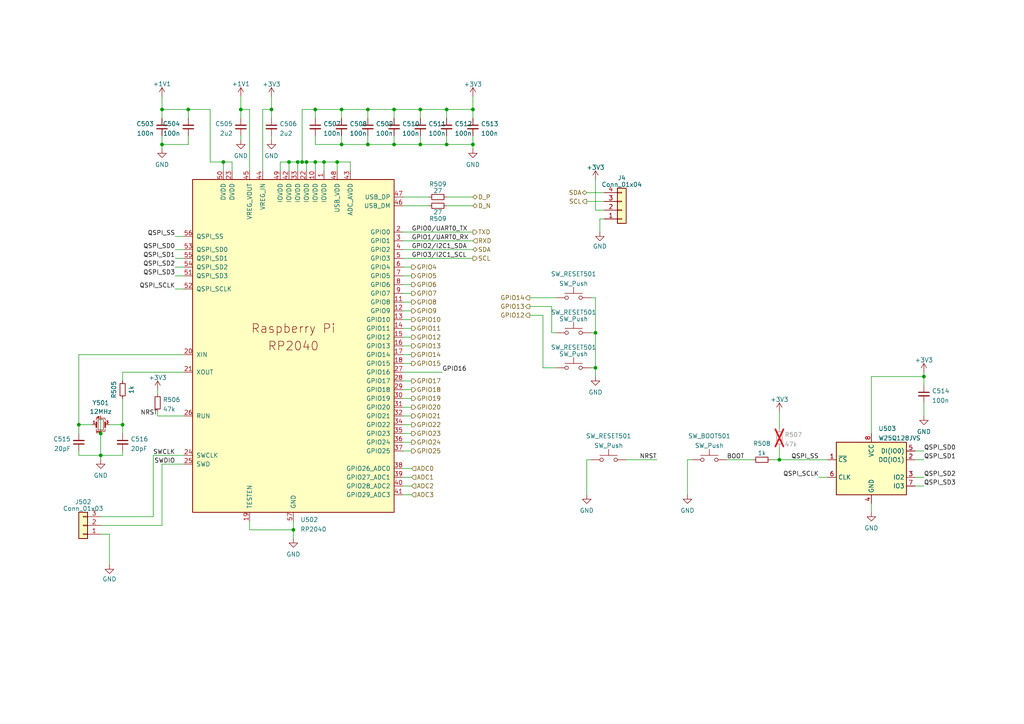
<source format=kicad_sch>
(kicad_sch (version 20230121) (generator eeschema)
  (paper "A4")
  (lib_symbols
    (symbol "Connector_Generic:Conn_01x03" (pin_names (offset 1.016) hide)
      (property "Reference" "J" (at 0 5.08 0))
      (property "Value" "Conn_01x03" (at 0 -5.08 0))
      (symbol "Conn_01x03_1_1"
        (rectangle (start -1.27 -2.413) (end 0 -2.667) (stroke (width 0.1524)))
        (rectangle (start -1.27 0.127) (end 0 -0.127) (stroke (width 0.1524)))
        (rectangle (start -1.27 2.667) (end 0 2.413) (stroke (width 0.1524)))
        (rectangle (start -1.27 3.81) (end 1.27 -3.81) (stroke (width 0.254)) (fill (type background)))
        (pin passive line (at -5.08 2.54 0) (length 3.81) (name "Pin_1") (number "1"))
        (pin passive line (at -5.08 0 0) (length 3.81) (name "Pin_2") (number "2"))
        (pin passive line (at -5.08 -2.54 0) (length 3.81) (name "Pin_3") (number "3"))
      )
    )
    (symbol "Connector_Generic:Conn_01x04" (pin_names (offset 1.016) hide)
      (property "Reference" "J" (at 0 5.08 0))
      (property "Value" "Conn_01x04" (at 0 -7.62 0))
      (symbol "Conn_01x04_1_1"
        (rectangle (start -1.27 -4.953) (end 0 -5.207) (stroke (width 0.1524)))
        (rectangle (start -1.27 -2.413) (end 0 -2.667) (stroke (width 0.1524)))
        (rectangle (start -1.27 0.127) (end 0 -0.127) (stroke (width 0.1524)))
        (rectangle (start -1.27 2.667) (end 0 2.413) (stroke (width 0.1524)))
        (rectangle (start -1.27 3.81) (end 1.27 -6.35) (stroke (width 0.254)) (fill (type background)))
        (pin passive line (at -5.08 2.54 0) (length 3.81) (name "Pin_1") (number "1"))
        (pin passive line (at -5.08 0 0) (length 3.81) (name "Pin_2") (number "2"))
        (pin passive line (at -5.08 -2.54 0) (length 3.81) (name "Pin_3") (number "3"))
        (pin passive line (at -5.08 -5.08 0) (length 3.81) (name "Pin_4") (number "4"))
      )
    )
    (symbol "Device:C_Small" (pin_numbers hide) (pin_names (offset 0.254) hide)
      (property "Reference" "C" (at 0.254 1.778 0))
      (property "Value" "C_Small" (at 0.254 -2.032 0))
      (symbol "C_Small_0_1"
        (polyline (pts (xy -1.524 -0.508) (xy 1.524 -0.508)) (stroke (width 0.3302)))
        (polyline (pts (xy -1.524 0.508) (xy 1.524 0.508)) (stroke (width 0.3048)))
      )
      (symbol "C_Small_1_1"
        (pin passive line (at 0 2.54 270) (length 2.032) (name "~") (number "1"))
        (pin passive line (at 0 -2.54 90) (length 2.032) (name "~") (number "2"))
      )
    )
    (symbol "Device:Crystal_GND24_Small" (pin_names (offset 1.016) hide)
      (property "Reference" "Y" (at 1.27 4.445 0))
      (property "Value" "Crystal_GND24_Small" (at 1.27 2.54 0))
      (symbol "Crystal_GND24_Small_0_1"
        (rectangle (start -0.762 -1.524) (end 0.762 1.524))
        (polyline (pts (xy -1.27 -0.762) (xy -1.27 0.762)) (stroke (width 0.381)))
        (polyline (pts (xy 1.27 -0.762) (xy 1.27 0.762)) (stroke (width 0.381)))
        (polyline (pts (xy -1.27 -1.27) (xy -1.27 -1.905) (xy 1.27 -1.905) (xy 1.27 -1.27)))
        (polyline (pts (xy -1.27 1.27) (xy -1.27 1.905) (xy 1.27 1.905) (xy 1.27 1.27)))
      )
      (symbol "Crystal_GND24_Small_1_1"
        (pin passive line (at -2.54 0 0) (length 1.27) (name "1") (number "1"))
        (pin passive line (at 0 -2.54 90) (length 0.635) (name "2") (number "2"))
        (pin passive line (at 2.54 0 180) (length 1.27) (name "3") (number "3"))
        (pin passive line (at 0 2.54 270) (length 0.635) (name "4") (number "4"))
      )
    )
    (symbol "Device:R_Small" (pin_numbers hide) (pin_names (offset 0.254) hide)
      (property "Reference" "R" (at 0.762 0.508 0))
      (property "Value" "R_Small" (at 0.762 -1.016 0))
      (symbol "R_Small_0_1"
        (rectangle (start -0.762 1.778) (end 0.762 -1.778) (stroke (width 0.2032)))
      )
      (symbol "R_Small_1_1"
        (pin passive line (at 0 2.54 270) (length 0.762) (name "~") (number "1"))
        (pin passive line (at 0 -2.54 90) (length 0.762) (name "~") (number "2"))
      )
    )
    (symbol "GND_1" (power) (pin_names (offset 0))
      (property "Value" "GND_1" (at 0 -3.81 0))
      (symbol "GND_1_0_1"
        (polyline (pts (xy 0 0) (xy 0 -1.27) (xy 1.27 -1.27) (xy 0 -2.54) (xy -1.27 -1.27) (xy 0 -1.27)))
      )
      (symbol "GND_1_1_1"
        (pin power_in line (at 0 0 270) (length 0) hide (name "GND") (number "1"))
      )
    )
    (symbol "GND_2" (power) (pin_names (offset 0))
      (property "Value" "GND_2" (at 0 -3.81 0))
      (symbol "GND_2_0_1"
        (polyline (pts (xy 0 0) (xy 0 -1.27) (xy 1.27 -1.27) (xy 0 -2.54) (xy -1.27 -1.27) (xy 0 -1.27)))
      )
      (symbol "GND_2_1_1"
        (pin power_in line (at 0 0 270) (length 0) hide (name "GND") (number "1"))
      )
    )
    (symbol "MCU_RaspberryPi_RP2040:RP2040" (pin_names (offset 1.016))
      (property "Reference" "U" (at -29.21 49.53 0))
      (property "Value" "RP2040" (at 24.13 -49.53 0))
      (symbol "RP2040_0_0"
        (text "Raspberry Pi" (at 0 5.08 0) (effects (font (size 2.54 2.54))))
        (text "RP2040" (at 0 0 0) (effects (font (size 2.54 2.54))))
      )
      (symbol "RP2040_0_1"
        (rectangle (start 29.21 48.26) (end -29.21 -48.26) (stroke (width 0.254)) (fill (type background)))
      )
      (symbol "RP2040_1_1"
        (pin power_in line (at 8.89 50.8 270) (length 2.54) (name "IOVDD") (number "1"))
        (pin power_in line (at 6.35 50.8 270) (length 2.54) (name "IOVDD") (number "10"))
        (pin bidirectional line (at 31.75 12.7 180) (length 2.54) (name "GPIO8") (number "11"))
        (pin bidirectional line (at 31.75 10.16 180) (length 2.54) (name "GPIO9") (number "12"))
        (pin bidirectional line (at 31.75 7.62 180) (length 2.54) (name "GPIO10") (number "13"))
        (pin bidirectional line (at 31.75 5.08 180) (length 2.54) (name "GPIO11") (number "14"))
        (pin bidirectional line (at 31.75 2.54 180) (length 2.54) (name "GPIO12") (number "15"))
        (pin bidirectional line (at 31.75 0 180) (length 2.54) (name "GPIO13") (number "16"))
        (pin bidirectional line (at 31.75 -2.54 180) (length 2.54) (name "GPIO14") (number "17"))
        (pin bidirectional line (at 31.75 -5.08 180) (length 2.54) (name "GPIO15") (number "18"))
        (pin passive line (at -12.7 -50.8 90) (length 2.54) (name "TESTEN") (number "19"))
        (pin bidirectional line (at 31.75 33.02 180) (length 2.54) (name "GPIO0") (number "2"))
        (pin input line (at -31.75 -2.54 0) (length 2.54) (name "XIN") (number "20"))
        (pin passive line (at -31.75 -7.62 0) (length 2.54) (name "XOUT") (number "21"))
        (pin power_in line (at 3.81 50.8 270) (length 2.54) (name "IOVDD") (number "22"))
        (pin power_in line (at -17.78 50.8 270) (length 2.54) (name "DVDD") (number "23"))
        (pin output line (at -31.75 -31.75 0) (length 2.54) (name "SWCLK") (number "24"))
        (pin bidirectional line (at -31.75 -34.29 0) (length 2.54) (name "SWD") (number "25"))
        (pin input line (at -31.75 -20.32 0) (length 2.54) (name "RUN") (number "26"))
        (pin bidirectional line (at 31.75 -7.62 180) (length 2.54) (name "GPIO16") (number "27"))
        (pin bidirectional line (at 31.75 -10.16 180) (length 2.54) (name "GPIO17") (number "28"))
        (pin bidirectional line (at 31.75 -12.7 180) (length 2.54) (name "GPIO18") (number "29"))
        (pin bidirectional line (at 31.75 30.48 180) (length 2.54) (name "GPIO1") (number "3"))
        (pin bidirectional line (at 31.75 -15.24 180) (length 2.54) (name "GPIO19") (number "30"))
        (pin bidirectional line (at 31.75 -17.78 180) (length 2.54) (name "GPIO20") (number "31"))
        (pin bidirectional line (at 31.75 -20.32 180) (length 2.54) (name "GPIO21") (number "32"))
        (pin power_in line (at 1.27 50.8 270) (length 2.54) (name "IOVDD") (number "33"))
        (pin bidirectional line (at 31.75 -22.86 180) (length 2.54) (name "GPIO22") (number "34"))
        (pin bidirectional line (at 31.75 -25.4 180) (length 2.54) (name "GPIO23") (number "35"))
        (pin bidirectional line (at 31.75 -27.94 180) (length 2.54) (name "GPIO24") (number "36"))
        (pin bidirectional line (at 31.75 -30.48 180) (length 2.54) (name "GPIO25") (number "37"))
        (pin bidirectional line (at 31.75 -35.56 180) (length 2.54) (name "GPIO26_ADC0") (number "38"))
        (pin bidirectional line (at 31.75 -38.1 180) (length 2.54) (name "GPIO27_ADC1") (number "39"))
        (pin bidirectional line (at 31.75 27.94 180) (length 2.54) (name "GPIO2") (number "4"))
        (pin bidirectional line (at 31.75 -40.64 180) (length 2.54) (name "GPIO28_ADC2") (number "40"))
        (pin bidirectional line (at 31.75 -43.18 180) (length 2.54) (name "GPIO29_ADC3") (number "41"))
        (pin power_in line (at -1.27 50.8 270) (length 2.54) (name "IOVDD") (number "42"))
        (pin power_in line (at 16.51 50.8 270) (length 2.54) (name "ADC_AVDD") (number "43"))
        (pin power_in line (at -8.89 50.8 270) (length 2.54) (name "VREG_IN") (number "44"))
        (pin power_out line (at -12.7 50.8 270) (length 2.54) (name "VREG_VOUT") (number "45"))
        (pin bidirectional line (at 31.75 40.64 180) (length 2.54) (name "USB_DM") (number "46"))
        (pin bidirectional line (at 31.75 43.18 180) (length 2.54) (name "USB_DP") (number "47"))
        (pin power_in line (at 12.7 50.8 270) (length 2.54) (name "USB_VDD") (number "48"))
        (pin power_in line (at -3.81 50.8 270) (length 2.54) (name "IOVDD") (number "49"))
        (pin bidirectional line (at 31.75 25.4 180) (length 2.54) (name "GPIO3") (number "5"))
        (pin power_in line (at -20.32 50.8 270) (length 2.54) (name "DVDD") (number "50"))
        (pin bidirectional line (at -31.75 20.32 0) (length 2.54) (name "QSPI_SD3") (number "51"))
        (pin output line (at -31.75 16.51 0) (length 2.54) (name "QSPI_SCLK") (number "52"))
        (pin bidirectional line (at -31.75 27.94 0) (length 2.54) (name "QSPI_SD0") (number "53"))
        (pin bidirectional line (at -31.75 22.86 0) (length 2.54) (name "QSPI_SD2") (number "54"))
        (pin bidirectional line (at -31.75 25.4 0) (length 2.54) (name "QSPI_SD1") (number "55"))
        (pin bidirectional line (at -31.75 31.75 0) (length 2.54) (name "QSPI_SS") (number "56"))
        (pin power_in line (at 0 -50.8 90) (length 2.54) (name "GND") (number "57"))
        (pin bidirectional line (at 31.75 22.86 180) (length 2.54) (name "GPIO4") (number "6"))
        (pin bidirectional line (at 31.75 20.32 180) (length 2.54) (name "GPIO5") (number "7"))
        (pin bidirectional line (at 31.75 17.78 180) (length 2.54) (name "GPIO6") (number "8"))
        (pin bidirectional line (at 31.75 15.24 180) (length 2.54) (name "GPIO7") (number "9"))
      )
    )
    (symbol "Memory_Flash:W25Q128JVS"
      (property "Reference" "U" (at -8.89 8.89 0))
      (property "Value" "W25Q128JVS" (at 7.62 8.89 0))
      (symbol "W25Q128JVS_0_1"
        (rectangle (start -10.16 7.62) (end 10.16 -7.62) (stroke (width 0.254)) (fill (type background)))
      )
      (symbol "W25Q128JVS_1_1"
        (pin input line (at -12.7 2.54 0) (length 2.54) (name "~{CS}") (number "1"))
        (pin bidirectional line (at 12.7 2.54 180) (length 2.54) (name "DO(IO1)") (number "2"))
        (pin bidirectional line (at 12.7 -2.54 180) (length 2.54) (name "IO2") (number "3"))
        (pin power_in line (at 0 -10.16 90) (length 2.54) (name "GND") (number "4"))
        (pin bidirectional line (at 12.7 5.08 180) (length 2.54) (name "DI(IO0)") (number "5"))
        (pin input line (at -12.7 -2.54 0) (length 2.54) (name "CLK") (number "6"))
        (pin bidirectional line (at 12.7 -5.08 180) (length 2.54) (name "IO3") (number "7"))
        (pin power_in line (at 0 10.16 270) (length 2.54) (name "VCC") (number "8"))
      )
    )
    (symbol "Switch:SW_Push" (pin_numbers hide) (pin_names (offset 1.016) hide)
      (property "Reference" "SW" (at 1.27 2.54 0))
      (property "Value" "SW_Push" (at 0 -1.524 0))
      (symbol "SW_Push_0_1"
        (circle (center -2.032 0) (radius 0.508))
        (polyline (pts (xy 0 1.27) (xy 0 3.048)))
        (polyline (pts (xy 2.54 1.27) (xy -2.54 1.27)))
        (circle (center 2.032 0) (radius 0.508))
        (pin passive line (at -5.08 0 0) (length 2.54) (name "1") (number "1"))
        (pin passive line (at 5.08 0 180) (length 2.54) (name "2") (number "2"))
      )
    )
    (symbol "power:+1V1" (power) (pin_names (offset 0))
      (property "Value" "+1V1" (at 0 3.556 0))
      (symbol "+1V1_0_1"
        (polyline (pts (xy -0.762 1.27) (xy 0 2.54)))
        (polyline (pts (xy 0 0) (xy 0 2.54)))
        (polyline (pts (xy 0 2.54) (xy 0.762 1.27)))
      )
      (symbol "+1V1_1_1"
        (pin power_in line (at 0 0 90) (length 0) hide (name "+1V1") (number "1"))
      )
    )
    (symbol "power:+3V3" (power) (pin_names (offset 0))
      (property "Value" "+3V3" (at 0 3.556 0))
      (symbol "+3V3_0_1"
        (polyline (pts (xy -0.762 1.27) (xy 0 2.54)))
        (polyline (pts (xy 0 0) (xy 0 2.54)))
        (polyline (pts (xy 0 2.54) (xy 0.762 1.27)))
      )
      (symbol "+3V3_1_1"
        (pin power_in line (at 0 0 90) (length 0) hide (name "+3V3") (number "1"))
      )
    )
    (symbol "power:GND" (power) (pin_names (offset 0))
      (property "Value" "GND" (at 0 -3.81 0))
      (symbol "GND_0_1"
        (polyline (pts (xy 0 0) (xy 0 -1.27) (xy 1.27 -1.27) (xy 0 -2.54) (xy -1.27 -1.27) (xy 0 -1.27)))
      )
      (symbol "GND_1_1"
        (pin power_in line (at 0 0 270) (length 0) hide (name "GND") (number "1"))
      )
    )
  )
  (junction (at 114.3 41.91))
  (junction (at 29.21 125.73))
  (junction (at 129.54 41.91))
  (junction (at 172.72 96.52))
  (junction (at 35.56 123.19))
  (junction (at 86.36 46.99))
  (junction (at 91.44 31.75))
  (junction (at 87.63 46.99))
  (junction (at 91.44 46.99))
  (junction (at 114.3 31.75))
  (junction (at 267.97 109.22))
  (junction (at 85.09 153.67))
  (junction (at 69.85 31.75))
  (junction (at 121.92 41.91))
  (junction (at 99.06 41.91))
  (junction (at 64.77 46.99))
  (junction (at 97.79 46.99))
  (junction (at 137.16 41.91))
  (junction (at 46.99 41.91))
  (junction (at 106.68 31.75))
  (junction (at 46.99 31.75))
  (junction (at 83.82 46.99))
  (junction (at 99.06 31.75))
  (junction (at 129.54 31.75))
  (junction (at 172.72 106.68))
  (junction (at 137.16 31.75))
  (junction (at 54.61 31.75))
  (junction (at 22.86 123.19))
  (junction (at 121.92 31.75))
  (junction (at 78.74 31.75))
  (junction (at 93.98 46.99))
  (junction (at 226.06 133.35))
  (junction (at 106.68 41.91))
  (junction (at 29.21 132.08))
  (junction (at 88.9 46.99))
  (wire (pts (xy 121.92 39.37) (xy 121.92 41.91)))
  (wire (pts (xy 44.45 149.86) (xy 29.21 149.86)))
  (wire (pts (xy 78.74 27.94) (xy 78.74 31.75)))
  (wire (pts (xy 121.92 31.75) (xy 121.92 34.29)))
  (wire (pts (xy 93.98 49.53) (xy 93.98 46.99)))
  (wire (pts (xy 35.56 123.19) (xy 35.56 125.73)))
  (wire (pts (xy 45.72 113.03) (xy 45.72 114.3)))
  (wire (pts (xy 29.21 132.08) (xy 22.86 132.08)))
  (wire (pts (xy 173.99 63.5) (xy 175.26 63.5)))
  (wire (pts (xy 265.43 138.43) (xy 267.97 138.43)))
  (wire (pts (xy 116.84 130.81) (xy 119.38 130.81)))
  (wire (pts (xy 116.84 100.33) (xy 119.38 100.33)))
  (wire (pts (xy 116.84 107.95) (xy 128.27 107.95)))
  (wire (pts (xy 69.85 39.37) (xy 69.85 40.64)))
  (wire (pts (xy 78.74 31.75) (xy 78.74 34.29)))
  (wire (pts (xy 172.72 86.36) (xy 171.45 86.36)))
  (wire (pts (xy 50.8 74.93) (xy 53.34 74.93)))
  (wire (pts (xy 137.16 41.91) (xy 137.16 39.37)))
  (wire (pts (xy 93.98 46.99) (xy 91.44 46.99)))
  (wire (pts (xy 87.63 46.99) (xy 87.63 31.75)))
  (wire (pts (xy 91.44 46.99) (xy 91.44 49.53)))
  (wire (pts (xy 116.84 138.43) (xy 119.38 138.43)))
  (wire (pts (xy 267.97 109.22) (xy 267.97 111.76)))
  (wire (pts (xy 46.99 31.75) (xy 46.99 34.29)))
  (wire (pts (xy 46.99 152.4) (xy 46.99 134.62)))
  (wire (pts (xy 50.8 72.39) (xy 53.34 72.39)))
  (wire (pts (xy 116.84 120.65) (xy 119.38 120.65)))
  (wire (pts (xy 106.68 31.75) (xy 114.3 31.75)))
  (wire (pts (xy 172.72 96.52) (xy 172.72 106.68)))
  (wire (pts (xy 129.54 59.69) (xy 137.16 59.69)))
  (wire (pts (xy 129.54 31.75) (xy 129.54 34.29)))
  (wire (pts (xy 72.39 31.75) (xy 69.85 31.75)))
  (wire (pts (xy 45.72 119.38) (xy 45.72 120.65)))
  (wire (pts (xy 157.48 106.68) (xy 161.29 106.68)))
  (wire (pts (xy 114.3 39.37) (xy 114.3 41.91)))
  (wire (pts (xy 97.79 49.53) (xy 97.79 46.99)))
  (wire (pts (xy 114.3 31.75) (xy 114.3 34.29)))
  (wire (pts (xy 137.16 31.75) (xy 137.16 34.29)))
  (wire (pts (xy 106.68 39.37) (xy 106.68 41.91)))
  (wire (pts (xy 172.72 106.68) (xy 172.72 109.22)))
  (wire (pts (xy 46.99 134.62) (xy 53.34 134.62)))
  (wire (pts (xy 85.09 153.67) (xy 72.39 153.67)))
  (wire (pts (xy 85.09 153.67) (xy 85.09 156.21)))
  (wire (pts (xy 265.43 130.81) (xy 267.97 130.81)))
  (wire (pts (xy 88.9 46.99) (xy 88.9 49.53)))
  (wire (pts (xy 76.2 31.75) (xy 78.74 31.75)))
  (wire (pts (xy 116.84 57.15) (xy 124.46 57.15)))
  (wire (pts (xy 121.92 41.91) (xy 114.3 41.91)))
  (wire (pts (xy 29.21 154.94) (xy 31.75 154.94)))
  (wire (pts (xy 101.6 49.53) (xy 101.6 46.99)))
  (wire (pts (xy 223.52 133.35) (xy 226.06 133.35)))
  (wire (pts (xy 76.2 49.53) (xy 76.2 31.75)))
  (wire (pts (xy 50.8 68.58) (xy 53.34 68.58)))
  (wire (pts (xy 170.18 133.35) (xy 170.18 143.51)))
  (wire (pts (xy 88.9 46.99) (xy 87.63 46.99)))
  (wire (pts (xy 137.16 41.91) (xy 137.16 43.18)))
  (wire (pts (xy 116.84 123.19) (xy 119.38 123.19)))
  (wire (pts (xy 72.39 49.53) (xy 72.39 31.75)))
  (wire (pts (xy 114.3 31.75) (xy 121.92 31.75)))
  (wire (pts (xy 86.36 46.99) (xy 86.36 49.53)))
  (wire (pts (xy 137.16 27.94) (xy 137.16 31.75)))
  (wire (pts (xy 91.44 46.99) (xy 88.9 46.99)))
  (wire (pts (xy 172.72 60.96) (xy 175.26 60.96)))
  (wire (pts (xy 72.39 153.67) (xy 72.39 151.13)))
  (wire (pts (xy 153.67 88.9) (xy 160.02 88.9)))
  (wire (pts (xy 35.56 110.49) (xy 35.56 107.95)))
  (wire (pts (xy 226.06 119.38) (xy 226.06 124.46)))
  (wire (pts (xy 170.18 55.88) (xy 175.26 55.88)))
  (wire (pts (xy 116.84 59.69) (xy 124.46 59.69)))
  (wire (pts (xy 64.77 46.99) (xy 60.96 46.99)))
  (wire (pts (xy 129.54 39.37) (xy 129.54 41.91)))
  (wire (pts (xy 157.48 91.44) (xy 157.48 106.68)))
  (wire (pts (xy 170.18 58.42) (xy 175.26 58.42)))
  (wire (pts (xy 45.72 120.65) (xy 53.34 120.65)))
  (wire (pts (xy 26.67 123.19) (xy 22.86 123.19)))
  (wire (pts (xy 171.45 106.68) (xy 172.72 106.68)))
  (wire (pts (xy 199.39 133.35) (xy 200.66 133.35)))
  (wire (pts (xy 129.54 31.75) (xy 137.16 31.75)))
  (wire (pts (xy 97.79 46.99) (xy 93.98 46.99)))
  (wire (pts (xy 29.21 120.65) (xy 29.21 125.73)))
  (wire (pts (xy 116.84 97.79) (xy 119.38 97.79)))
  (wire (pts (xy 50.8 77.47) (xy 53.34 77.47)))
  (wire (pts (xy 226.06 133.35) (xy 240.03 133.35)))
  (wire (pts (xy 22.86 123.19) (xy 22.86 125.73)))
  (wire (pts (xy 199.39 133.35) (xy 199.39 143.51)))
  (wire (pts (xy 31.75 123.19) (xy 35.56 123.19)))
  (wire (pts (xy 116.84 74.93) (xy 137.16 74.93)))
  (wire (pts (xy 267.97 107.95) (xy 267.97 109.22)))
  (wire (pts (xy 69.85 31.75) (xy 69.85 34.29)))
  (wire (pts (xy 44.45 132.08) (xy 53.34 132.08)))
  (wire (pts (xy 64.77 49.53) (xy 64.77 46.99)))
  (wire (pts (xy 99.06 31.75) (xy 99.06 34.29)))
  (wire (pts (xy 153.67 86.36) (xy 161.29 86.36)))
  (wire (pts (xy 99.06 39.37) (xy 99.06 41.91)))
  (wire (pts (xy 116.84 82.55) (xy 119.38 82.55)))
  (wire (pts (xy 106.68 41.91) (xy 99.06 41.91)))
  (wire (pts (xy 67.31 49.53) (xy 67.31 46.99)))
  (wire (pts (xy 116.84 92.71) (xy 119.38 92.71)))
  (wire (pts (xy 81.28 49.53) (xy 81.28 46.99)))
  (wire (pts (xy 69.85 27.94) (xy 69.85 31.75)))
  (wire (pts (xy 237.49 138.43) (xy 240.03 138.43)))
  (wire (pts (xy 170.18 133.35) (xy 171.45 133.35)))
  (wire (pts (xy 35.56 115.57) (xy 35.56 123.19)))
  (wire (pts (xy 91.44 31.75) (xy 91.44 34.29)))
  (wire (pts (xy 116.84 105.41) (xy 119.38 105.41)))
  (wire (pts (xy 267.97 116.84) (xy 267.97 120.65)))
  (wire (pts (xy 29.21 152.4) (xy 46.99 152.4)))
  (wire (pts (xy 83.82 46.99) (xy 83.82 49.53)))
  (wire (pts (xy 46.99 27.94) (xy 46.99 31.75)))
  (wire (pts (xy 226.06 129.54) (xy 226.06 133.35)))
  (wire (pts (xy 252.73 146.05) (xy 252.73 148.59)))
  (wire (pts (xy 83.82 46.99) (xy 81.28 46.99)))
  (wire (pts (xy 46.99 39.37) (xy 46.99 41.91)))
  (wire (pts (xy 91.44 31.75) (xy 99.06 31.75)))
  (wire (pts (xy 46.99 41.91) (xy 54.61 41.91)))
  (wire (pts (xy 116.84 95.25) (xy 119.38 95.25)))
  (wire (pts (xy 54.61 34.29) (xy 54.61 31.75)))
  (wire (pts (xy 54.61 41.91) (xy 54.61 39.37)))
  (wire (pts (xy 129.54 41.91) (xy 121.92 41.91)))
  (wire (pts (xy 22.86 102.87) (xy 22.86 123.19)))
  (wire (pts (xy 160.02 88.9) (xy 160.02 96.52)))
  (wire (pts (xy 181.61 133.35) (xy 190.5 133.35)))
  (wire (pts (xy 31.75 154.94) (xy 31.75 163.83)))
  (wire (pts (xy 129.54 57.15) (xy 137.16 57.15)))
  (wire (pts (xy 116.84 77.47) (xy 119.38 77.47)))
  (wire (pts (xy 22.86 130.81) (xy 22.86 132.08)))
  (wire (pts (xy 44.45 132.08) (xy 44.45 149.86)))
  (wire (pts (xy 116.84 140.97) (xy 119.38 140.97)))
  (wire (pts (xy 50.8 83.82) (xy 53.34 83.82)))
  (wire (pts (xy 116.84 87.63) (xy 119.38 87.63)))
  (wire (pts (xy 64.77 46.99) (xy 67.31 46.99)))
  (wire (pts (xy 87.63 46.99) (xy 86.36 46.99)))
  (wire (pts (xy 116.84 128.27) (xy 119.38 128.27)))
  (wire (pts (xy 121.92 31.75) (xy 129.54 31.75)))
  (wire (pts (xy 78.74 39.37) (xy 78.74 40.64)))
  (wire (pts (xy 171.45 96.52) (xy 172.72 96.52)))
  (wire (pts (xy 54.61 31.75) (xy 60.96 31.75)))
  (wire (pts (xy 116.84 102.87) (xy 119.38 102.87)))
  (wire (pts (xy 116.84 135.89) (xy 119.38 135.89)))
  (wire (pts (xy 116.84 90.17) (xy 119.38 90.17)))
  (wire (pts (xy 116.84 67.31) (xy 137.16 67.31)))
  (wire (pts (xy 106.68 31.75) (xy 106.68 34.29)))
  (wire (pts (xy 173.99 67.31) (xy 173.99 63.5)))
  (wire (pts (xy 116.84 69.85) (xy 137.16 69.85)))
  (wire (pts (xy 252.73 125.73) (xy 252.73 109.22)))
  (wire (pts (xy 101.6 46.99) (xy 97.79 46.99)))
  (wire (pts (xy 54.61 31.75) (xy 46.99 31.75)))
  (wire (pts (xy 116.84 85.09) (xy 119.38 85.09)))
  (wire (pts (xy 91.44 41.91) (xy 99.06 41.91)))
  (wire (pts (xy 85.09 151.13) (xy 85.09 153.67)))
  (wire (pts (xy 265.43 133.35) (xy 267.97 133.35)))
  (wire (pts (xy 153.67 91.44) (xy 157.48 91.44)))
  (wire (pts (xy 114.3 41.91) (xy 106.68 41.91)))
  (wire (pts (xy 116.84 113.03) (xy 119.38 113.03)))
  (wire (pts (xy 29.21 133.35) (xy 29.21 132.08)))
  (wire (pts (xy 116.84 125.73) (xy 119.38 125.73)))
  (wire (pts (xy 35.56 107.95) (xy 53.34 107.95)))
  (wire (pts (xy 87.63 31.75) (xy 91.44 31.75)))
  (wire (pts (xy 53.34 102.87) (xy 22.86 102.87)))
  (wire (pts (xy 116.84 118.11) (xy 119.38 118.11)))
  (wire (pts (xy 160.02 96.52) (xy 161.29 96.52)))
  (wire (pts (xy 29.21 132.08) (xy 35.56 132.08)))
  (wire (pts (xy 172.72 86.36) (xy 172.72 96.52)))
  (wire (pts (xy 116.84 80.01) (xy 119.38 80.01)))
  (wire (pts (xy 35.56 130.81) (xy 35.56 132.08)))
  (wire (pts (xy 116.84 110.49) (xy 119.38 110.49)))
  (wire (pts (xy 252.73 109.22) (xy 267.97 109.22)))
  (wire (pts (xy 116.84 143.51) (xy 119.38 143.51)))
  (wire (pts (xy 29.21 125.73) (xy 29.21 132.08)))
  (wire (pts (xy 91.44 39.37) (xy 91.44 41.91)))
  (wire (pts (xy 116.84 72.39) (xy 137.16 72.39)))
  (wire (pts (xy 46.99 41.91) (xy 46.99 43.18)))
  (wire (pts (xy 86.36 46.99) (xy 83.82 46.99)))
  (wire (pts (xy 210.82 133.35) (xy 218.44 133.35)))
  (wire (pts (xy 129.54 41.91) (xy 137.16 41.91)))
  (wire (pts (xy 50.8 80.01) (xy 53.34 80.01)))
  (wire (pts (xy 265.43 140.97) (xy 267.97 140.97)))
  (wire (pts (xy 60.96 46.99) (xy 60.96 31.75)))
  (wire (pts (xy 99.06 31.75) (xy 106.68 31.75)))
  (wire (pts (xy 172.72 52.07) (xy 172.72 60.96)))
  (wire (pts (xy 116.84 115.57) (xy 119.38 115.57)))
  (label "SWDIO" (at 50.8 134.62 180))
  (label "QSPI_SD2" (at 267.97 138.43 0))
  (label "QSPI_SD0" (at 267.97 130.81 0))
  (label "BOOT" (at 215.9 133.35 180))
  (label "QSPI_SD3" (at 50.8 80.01 180))
  (label "GPIO0{slash}UART0_TX" (at 119.38 67.31 0))
  (label "QSPI_SD1" (at 267.97 133.35 0))
  (label "QSPI_SCLK" (at 50.8 83.82 180))
  (label "QSPI_SD0" (at 50.8 72.39 180))
  (label "NRST" (at 190.5 133.35 180))
  (label "QSPI_SD2" (at 50.8 77.47 180))
  (label "SWCLK" (at 50.8 132.08 180))
  (label "QSPI_SCLK" (at 237.49 138.43 180))
  (label "GPIO16" (at 128.27 107.95 0))
  (label "GPIO3{slash}I2C1_SCL" (at 119.38 74.93 0))
  (label "GPIO2{slash}I2C1_SDA" (at 119.38 72.39 0))
  (label "QSPI_SS" (at 50.8 68.58 180))
  (label "QSPI_SD1" (at 50.8 74.93 180))
  (label "NRST" (at 45.72 120.65 180))
  (label "QSPI_SS" (at 237.49 133.35 180))
  (label "GPIO1{slash}UART0_RX" (at 119.38 69.85 0))
  (label "QSPI_SD3" (at 267.97 140.97 0))
  (hierarchical_label "GPIO23" (shape output) (at 119.38 125.73 0))
  (hierarchical_label "GPIO14" (shape output) (at 153.67 86.36 180))
  (hierarchical_label "GPIO8" (shape output) (at 119.38 87.63 0))
  (hierarchical_label "SDA" (shape bidirectional) (at 170.18 55.88 180))
  (hierarchical_label "GPIO25" (shape output) (at 119.38 130.81 0))
  (hierarchical_label "ADC1" (shape input) (at 119.38 138.43 0))
  (hierarchical_label "RXD" (shape input) (at 137.16 69.85 0))
  (hierarchical_label "GPIO24" (shape output) (at 119.38 128.27 0))
  (hierarchical_label "ADC3" (shape input) (at 119.38 143.51 0))
  (hierarchical_label "TXD" (shape output) (at 137.16 67.31 0))
  (hierarchical_label "GPIO5" (shape output) (at 119.38 80.01 0))
  (hierarchical_label "D_N" (shape bidirectional) (at 137.16 59.69 0))
  (hierarchical_label "GPIO19" (shape output) (at 119.38 115.57 0))
  (hierarchical_label "GPIO10" (shape output) (at 119.38 92.71 0))
  (hierarchical_label "GPIO22" (shape output) (at 119.38 123.19 0))
  (hierarchical_label "GPIO21" (shape output) (at 119.38 120.65 0))
  (hierarchical_label "GPIO14" (shape output) (at 119.38 102.87 0))
  (hierarchical_label "GPIO9" (shape output) (at 119.38 90.17 0))
  (hierarchical_label "D_P" (shape bidirectional) (at 137.16 57.15 0))
  (hierarchical_label "GPIO18" (shape output) (at 119.38 113.03 0))
  (hierarchical_label "GPIO11" (shape output) (at 119.38 95.25 0))
  (hierarchical_label "ADC2" (shape input) (at 119.38 140.97 0))
  (hierarchical_label "SDA" (shape bidirectional) (at 137.16 72.39 0))
  (hierarchical_label "GPIO17" (shape output) (at 119.38 110.49 0))
  (hierarchical_label "GPIO20" (shape output) (at 119.38 118.11 0))
  (hierarchical_label "GPIO4" (shape output) (at 119.38 77.47 0))
  (hierarchical_label "GPIO13" (shape output) (at 119.38 100.33 0))
  (hierarchical_label "SCL" (shape output) (at 170.18 58.42 180))
  (hierarchical_label "GPIO7" (shape output) (at 119.38 85.09 0))
  (hierarchical_label "SCL" (shape output) (at 137.16 74.93 0))
  (hierarchical_label "ADC0" (shape input) (at 119.38 135.89 0))
  (hierarchical_label "GPIO6" (shape output) (at 119.38 82.55 0))
  (hierarchical_label "GPIO12" (shape output) (at 119.38 97.79 0))
  (hierarchical_label "GPIO12" (shape output) (at 153.67 91.44 180))
  (hierarchical_label "GPIO15" (shape output) (at 119.38 105.41 0))
  (hierarchical_label "GPIO13" (shape output) (at 153.67 88.9 180))
  (symbol (lib_id "MCU_RaspberryPi_RP2040:RP2040") (at 85.09 100.33 0) (unit 1)
    (property "Reference" "U502" (at 87.1094 150.7395 0) (effects (justify left)))
    (property "Value" "RP2040" (at 87.1094 153.5146 0) (effects (justify left)))
    (property "Footprint" "Package_DFN_QFN:QFN-56-1EP_7x7mm_P0.4mm_EP3.2x3.2mm_ThermalVias" (effects hide))
    (instances (project "Line Tracer RP2040" (path "" (reference "U502") (unit 1))) (project "CYPD3177" (path "" (reference "U4") (unit 1))))
  )
  (symbol (lib_id "Device:C_Small") (at 106.68 36.83 0) (unit 1)
    (property "Reference" "C509" (at 109.0041 35.9278 0) (effects (justify left)))
    (property "Value" "100n" (at 109.0041 38.7029 0) (effects (justify left)))
    (property "Footprint" "Capacitor_SMD:C_0603_1608Metric" (effects hide))
    (instances (project "Line Tracer RP2040" (path "" (reference "C509") (unit 1))) (project "CYPD3177" (path "" (reference "C22") (unit 1))))
  )
  (symbol (lib_id "Memory_Flash:W25Q128JVS") (at 252.73 135.89 0) (unit 1)
    (property "Reference" "U503" (at 254.7494 124.3035 0) (effects (justify left)))
    (property "Value" "W25Q128JVS" (at 254.7494 127.0786 0) (effects (justify left)))
    (property "Footprint" "Package_SO:SOIC-8_5.23x5.23mm_P1.27mm" (effects hide))
    (property "Datasheet" "http://www.winbond.com/resource-files/w25q128jv_dtr%20revc%2003272018%20plus.pdf" (effects hide))
    (instances (project "Line Tracer RP2040" (path "" (reference "U503") (unit 1))) (project "CYPD3177" (path "" (reference "U5") (unit 1))))
  )
  (symbol (lib_id "power:+3V3") (at 267.97 107.95 0) (unit 1)
    (property "Reference" "#PWR044" (effects hide))
    (property "Value" "+3V3" (at 267.97 104.4481 0))
  )
  (symbol (lib_id "power:+1V1") (at 69.85 27.94 0) (unit 1)
    (property "Reference" "#PWR0505" (effects hide))
    (property "Value" "+1V1" (at 69.85 24.3355 0))
    (instances (project "Line Tracer RP2040" (path "" (reference "#PWR0505") (unit 1))) (project "CYPD3177" (path "" (reference "#PWR033") (unit 1))))
  )
  (symbol (lib_id "Device:Crystal_GND24_Small") (at 29.21 123.19 0) (unit 1)
    (property "Reference" "Y501" (at 29.21 116.84 0))
    (property "Value" "12MHz" (at 29.21 119.38 0))
    (property "Footprint" "Crystal:Crystal_SMD_3225-4Pin_3.2x2.5mm" (effects hide))
    (instances (project "Line Tracer RP2040" (path "" (reference "Y501") (unit 1))) (project "CYPD3177" (path "" (reference "Y1") (unit 1))))
  )
  (symbol (lib_id "Device:C_Small") (at 54.61 36.83 0) (mirror x) (unit 1)
    (property "Reference" "C504" (at 52.2859 35.9151 0) (effects (justify right)))
    (property "Value" "100n" (at 52.2859 38.6902 0) (effects (justify right)))
    (property "Footprint" "Capacitor_SMD:C_0603_1608Metric" (effects hide))
    (instances (project "Line Tracer RP2040" (path "" (reference "C504") (unit 1))) (project "CYPD3177" (path "" (reference "C17") (unit 1))))
  )
  (symbol (lib_id "Switch:SW_Push") (at 166.37 106.68 0) (unit 1)
    (property "Reference" "SW_RESET501" (at 166.37 100.7491 0))
    (property "Value" "SW_Push" (at 166.37 102.6701 0))
    (property "Footprint" "Button_Switch_SMD:SW_SPST_B3U-1000P" (effects hide))
    (instances (project "Line Tracer RP2040" (path "" (reference "SW_RESET501") (unit 1))) (project "CYPD3177" (path "" (reference "SW3") (unit 1))))
  )
  (symbol (lib_id "Device:R_Small") (at 127 59.69 90) (mirror x) (unit 1)
    (property "Reference" "R509" (at 127 63.4365 90))
    (property "Value" "27" (at 127 61.5155 90))
    (property "Footprint" "Resistor_SMD:R_0603_1608Metric" (effects hide))
    (instances (project "Line Tracer RP2040" (path "" (reference "R509") (unit 1))) (project "CYPD3177" (path "" (reference "R23") (unit 1))))
  )
  (symbol (lib_id "Device:R_Small") (at 226.06 127 0) (unit 1) (in_bom no) (dnp yes)
    (property "Reference" "R507" (at 227.5586 126.0915 0) (effects (justify left)))
    (property "Value" "47k" (at 227.5586 128.8666 0) (effects (justify left)))
    (property "Footprint" "Resistor_SMD:R_0603_1608Metric" (effects hide))
    (instances (project "Line Tracer RP2040" (path "" (reference "R507") (unit 1))) (project "CYPD3177" (path "" (reference "R33") (unit 1))))
  )
  (symbol (lib_name "GND_1") (lib_id "power:GND") (at 31.75 163.83 0) (unit 1)
    (property "Reference" "#PWR0514" (effects hide))
    (property "Value" "GND" (at 31.75 167.9655 0))
    (instances (project "Line Tracer RP2040" (path "" (reference "#PWR0514") (unit 1))) (project "CYPD3177" (path "" (reference "#PWR057") (unit 1))))
  )
  (symbol (lib_id "Device:C_Small") (at 22.86 128.27 0) (mirror x) (unit 1)
    (property "Reference" "C515" (at 20.536 127.3551 0) (effects (justify right)))
    (property "Value" "20pF" (at 20.536 130.1302 0) (effects (justify right)))
    (property "Footprint" "Capacitor_SMD:C_0603_1608Metric" (effects hide))
    (instances (project "Line Tracer RP2040" (path "" (reference "C515") (unit 1))) (project "CYPD3177" (path "" (reference "C29") (unit 1))))
  )
  (symbol (lib_id "power:GND") (at 199.39 143.51 0) (unit 1)
    (property "Reference" "#PWR0513" (effects hide))
    (property "Value" "GND" (at 199.39 148.0725 0))
    (instances (project "Line Tracer RP2040" (path "" (reference "#PWR0513") (unit 1))) (project "CYPD3177" (path "" (reference "#PWR054") (unit 1))))
  )
  (symbol (lib_id "Device:R_Small") (at 45.72 116.84 0) (unit 1)
    (property "Reference" "R506" (at 47.2186 115.9315 0) (effects (justify left)))
    (property "Value" "47k" (at 47.2186 118.7066 0) (effects (justify left)))
    (property "Footprint" "Resistor_SMD:R_0603_1608Metric" (effects hide))
    (instances (project "Line Tracer RP2040" (path "" (reference "R506") (unit 1))) (project "CYPD3177" (path "" (reference "R31") (unit 1))))
  )
  (symbol (lib_id "power:GND") (at 170.18 143.51 0) (unit 1)
    (property "Reference" "#PWR0512" (effects hide))
    (property "Value" "GND" (at 170.18 148.0725 0))
    (instances (project "Line Tracer RP2040" (path "" (reference "#PWR0512") (unit 1))) (project "CYPD3177" (path "" (reference "#PWR053") (unit 1))))
  )
  (symbol (lib_id "Device:C_Small") (at 69.85 36.83 0) (mirror x) (unit 1)
    (property "Reference" "C505" (at 67.526 35.9151 0) (effects (justify right)))
    (property "Value" "2u2" (at 67.526 38.6902 0) (effects (justify right)))
    (property "Footprint" "Capacitor_SMD:C_0603_1608Metric" (effects hide))
    (instances (project "Line Tracer RP2040" (path "" (reference "C505") (unit 1))) (project "CYPD3177" (path "" (reference "C18") (unit 1))))
  )
  (symbol (lib_id "power:GND") (at 172.72 109.22 0) (unit 1)
    (property "Reference" "#PWR0512" (effects hide))
    (property "Value" "GND" (at 172.72 113.7825 0))
    (instances (project "Line Tracer RP2040" (path "" (reference "#PWR0512") (unit 1))) (project "CYPD3177" (path "" (reference "#PWR030") (unit 1))))
  )
  (symbol (lib_id "power:GND") (at 46.99 43.18 0) (unit 1)
    (property "Reference" "#PWR0510" (effects hide))
    (property "Value" "GND" (at 46.99 47.7425 0))
    (instances (project "Line Tracer RP2040" (path "" (reference "#PWR0510") (unit 1))) (project "CYPD3177" (path "" (reference "#PWR039") (unit 1))))
  )
  (symbol (lib_id "Device:R_Small") (at 127 57.15 90) (unit 1)
    (property "Reference" "R509" (at 127 53.4035 90))
    (property "Value" "27" (at 127 55.3245 90))
    (property "Footprint" "Resistor_SMD:R_0603_1608Metric" (effects hide))
    (instances (project "Line Tracer RP2040" (path "" (reference "R509") (unit 1))) (project "CYPD3177" (path "" (reference "R22") (unit 1))))
  )
  (symbol (lib_id "Device:C_Small") (at 114.3 36.83 0) (unit 1)
    (property "Reference" "C510" (at 116.6241 35.9278 0) (effects (justify left)))
    (property "Value" "100n" (at 116.6241 38.7029 0) (effects (justify left)))
    (property "Footprint" "Capacitor_SMD:C_0603_1608Metric" (effects hide))
    (instances (project "Line Tracer RP2040" (path "" (reference "C510") (unit 1))) (project "CYPD3177" (path "" (reference "C23") (unit 1))))
  )
  (symbol (lib_id "Device:C_Small") (at 267.97 114.3 0) (unit 1)
    (property "Reference" "C514" (at 270.2941 113.3978 0) (effects (justify left)))
    (property "Value" "100n" (at 270.2941 116.1729 0) (effects (justify left)))
    (property "Footprint" "Capacitor_SMD:C_0603_1608Metric" (effects hide))
    (instances (project "Line Tracer RP2040" (path "" (reference "C514") (unit 1))) (project "CYPD3177" (path "" (reference "C28") (unit 1))))
  )
  (symbol (lib_id "power:GND") (at 85.09 156.21 0) (unit 1)
    (property "Reference" "#PWR0521" (effects hide))
    (property "Value" "GND" (at 85.09 160.7725 0))
    (instances (project "Line Tracer RP2040" (path "" (reference "#PWR0521") (unit 1))) (project "CYPD3177" (path "" (reference "#PWR056") (unit 1))))
  )
  (symbol (lib_id "Switch:SW_Push") (at 166.37 86.36 0) (unit 1)
    (property "Reference" "SW_RESET501" (at 166.37 79.4725 0))
    (property "Value" "SW_Push" (at 166.37 82.2476 0))
    (property "Footprint" "Button_Switch_SMD:SW_SPST_B3U-1000P" (effects hide))
    (instances (project "Line Tracer RP2040" (path "" (reference "SW_RESET501") (unit 1))) (project "CYPD3177" (path "" (reference "SW1") (unit 1))))
  )
  (symbol (lib_id "power:+3V3") (at 45.72 113.03 0) (unit 1)
    (property "Reference" "#PWR041" (effects hide))
    (property "Value" "+3V3" (at 45.72 109.5281 0))
  )
  (symbol (lib_id "Device:C_Small") (at 129.54 36.83 0) (unit 1)
    (property "Reference" "C512" (at 131.8641 35.9278 0) (effects (justify left)))
    (property "Value" "100n" (at 131.8641 38.7029 0) (effects (justify left)))
    (property "Footprint" "Capacitor_SMD:C_0603_1608Metric" (effects hide))
    (instances (project "Line Tracer RP2040" (path "" (reference "C512") (unit 1))) (project "CYPD3177" (path "" (reference "C25") (unit 1))))
  )
  (symbol (lib_id "power:GND") (at 137.16 43.18 0) (unit 1)
    (property "Reference" "#PWR0511" (effects hide))
    (property "Value" "GND" (at 137.16 47.7425 0))
    (instances (project "Line Tracer RP2040" (path "" (reference "#PWR0511") (unit 1))) (project "CYPD3177" (path "" (reference "#PWR040") (unit 1))))
  )
  (symbol (lib_id "Device:C_Small") (at 46.99 36.83 0) (mirror x) (unit 1)
    (property "Reference" "C503" (at 44.6659 35.9151 0) (effects (justify right)))
    (property "Value" "100n" (at 44.6659 38.6902 0) (effects (justify right)))
    (property "Footprint" "Capacitor_SMD:C_0603_1608Metric" (effects hide))
    (instances (project "Line Tracer RP2040" (path "" (reference "C503") (unit 1))) (project "CYPD3177" (path "" (reference "C16") (unit 1))))
  )
  (symbol (lib_id "power:+1V1") (at 46.99 27.94 0) (unit 1)
    (property "Reference" "#PWR0504" (effects hide))
    (property "Value" "+1V1" (at 46.99 24.3355 0))
    (instances (project "Line Tracer RP2040" (path "" (reference "#PWR0504") (unit 1))) (project "CYPD3177" (path "" (reference "#PWR032") (unit 1))))
  )
  (symbol (lib_id "Device:C_Small") (at 35.56 128.27 0) (unit 1)
    (property "Reference" "C516" (at 37.8841 127.3678 0) (effects (justify left)))
    (property "Value" "20pF" (at 37.8841 130.1429 0) (effects (justify left)))
    (property "Footprint" "Capacitor_SMD:C_0603_1608Metric" (effects hide))
    (instances (project "Line Tracer RP2040" (path "" (reference "C516") (unit 1))) (project "CYPD3177" (path "" (reference "C30") (unit 1))))
  )
  (symbol (lib_id "power:GND") (at 69.85 40.64 0) (unit 1)
    (property "Reference" "#PWR0508" (effects hide))
    (property "Value" "GND" (at 69.85 45.2025 0))
    (instances (project "Line Tracer RP2040" (path "" (reference "#PWR0508") (unit 1))) (project "CYPD3177" (path "" (reference "#PWR037") (unit 1))))
  )
  (symbol (lib_id "Device:R_Small") (at 220.98 133.35 90) (unit 1)
    (property "Reference" "R508" (at 220.98 128.6469 90))
    (property "Value" "1k" (at 220.98 131.422 90))
    (property "Footprint" "Resistor_SMD:R_0603_1608Metric" (effects hide))
    (instances (project "Line Tracer RP2040" (path "" (reference "R508") (unit 1))) (project "CYPD3177" (path "" (reference "R34") (unit 1))))
  )
  (symbol (lib_id "Device:C_Small") (at 78.74 36.83 0) (unit 1)
    (property "Reference" "C506" (at 81.0641 35.9278 0) (effects (justify left)))
    (property "Value" "2u2" (at 81.0641 38.7029 0) (effects (justify left)))
    (property "Footprint" "Capacitor_SMD:C_0603_1608Metric" (effects hide))
    (instances (project "Line Tracer RP2040" (path "" (reference "C506") (unit 1))) (project "CYPD3177" (path "" (reference "C19") (unit 1))))
  )
  (symbol (lib_id "power:+3V3") (at 78.74 27.94 0) (unit 1)
    (property "Reference" "#PWR034" (effects hide))
    (property "Value" "+3V3" (at 78.74 24.4381 0))
  )
  (symbol (lib_id "Switch:SW_Push") (at 166.37 96.52 0) (unit 1)
    (property "Reference" "SW_RESET501" (at 166.37 90.5891 0))
    (property "Value" "SW_Push" (at 166.37 92.5101 0))
    (property "Footprint" "Button_Switch_SMD:SW_SPST_B3U-1000P" (effects hide))
    (instances (project "Line Tracer RP2040" (path "" (reference "SW_RESET501") (unit 1))) (project "CYPD3177" (path "" (reference "SW2") (unit 1))))
  )
  (symbol (lib_id "power:+3V3") (at 226.06 119.38 0) (unit 1)
    (property "Reference" "#PWR043" (effects hide))
    (property "Value" "+3V3" (at 226.06 115.8781 0))
  )
  (symbol (lib_id "Connector_Generic:Conn_01x03") (at 24.13 152.4 180) (unit 1)
    (property "Reference" "J502" (at 24.13 145.5801 0))
    (property "Value" "Conn_01x03" (at 24.13 147.5011 0))
    (property "Footprint" "Connector_PinHeader_2.54mm:PinHeader_1x03_P2.54mm_Horizontal" (effects hide))
    (instances (project "Line Tracer RP2040" (path "" (reference "J502") (unit 1))) (project "CYPD3177" (path "" (reference "J5") (unit 1))))
  )
  (symbol (lib_id "Device:C_Small") (at 99.06 36.83 0) (unit 1)
    (property "Reference" "C508" (at 101.3841 35.9278 0) (effects (justify left)))
    (property "Value" "100n" (at 101.3841 38.7029 0) (effects (justify left)))
    (property "Footprint" "Capacitor_SMD:C_0603_1608Metric" (effects hide))
    (instances (project "Line Tracer RP2040" (path "" (reference "C508") (unit 1))) (project "CYPD3177" (path "" (reference "C21") (unit 1))))
  )
  (symbol (lib_id "power:GND") (at 78.74 40.64 0) (unit 1)
    (property "Reference" "#PWR0509" (effects hide))
    (property "Value" "GND" (at 78.74 45.2025 0))
    (instances (project "Line Tracer RP2040" (path "" (reference "#PWR0509") (unit 1))) (project "CYPD3177" (path "" (reference "#PWR038") (unit 1))))
  )
  (symbol (lib_id "power:GND") (at 267.97 120.65 0) (unit 1)
    (property "Reference" "#PWR0518" (effects hide))
    (property "Value" "GND" (at 267.97 125.2125 0))
    (instances (project "Line Tracer RP2040" (path "" (reference "#PWR0518") (unit 1))) (project "CYPD3177" (path "" (reference "#PWR050") (unit 1))))
  )
  (symbol (lib_name "GND_2") (lib_id "power:GND") (at 173.99 67.31 0) (unit 1)
    (property "Reference" "#PWR036" (effects hide))
    (property "Value" "GND" (at 173.99 71.4455 0))
  )
  (symbol (lib_id "power:+3V3") (at 137.16 27.94 0) (unit 1)
    (property "Reference" "#PWR035" (effects hide))
    (property "Value" "+3V3" (at 137.16 24.4381 0))
  )
  (symbol (lib_id "Connector_Generic:Conn_01x04") (at 180.34 60.96 0) (mirror x) (unit 1)
    (property "Reference" "J4" (at 180.34 51.6001 0))
    (property "Value" "Conn_01x04" (at 180.34 53.5211 0))
    (property "Footprint" "KiCad-SSD1306-0.91-OLED-4pin-128x32.pretty-master:SSD1306-0.91-OLED-4pin-128x32" (effects hide))
  )
  (symbol (lib_id "power:GND") (at 29.21 133.35 0) (unit 1)
    (property "Reference" "#PWR0519" (effects hide))
    (property "Value" "GND" (at 29.21 137.9125 0))
    (instances (project "Line Tracer RP2040" (path "" (reference "#PWR0519") (unit 1))) (project "CYPD3177" (path "" (reference "#PWR051") (unit 1))))
  )
  (symbol (lib_id "Device:C_Small") (at 91.44 36.83 0) (unit 1)
    (property "Reference" "C507" (at 93.7641 35.9278 0) (effects (justify left)))
    (property "Value" "100n" (at 93.7641 38.7029 0) (effects (justify left)))
    (property "Footprint" "Capacitor_SMD:C_0603_1608Metric" (effects hide))
    (instances (project "Line Tracer RP2040" (path "" (reference "C507") (unit 1))) (project "CYPD3177" (path "" (reference "C20") (unit 1))))
  )
  (symbol (lib_id "power:GND") (at 252.73 148.59 0) (unit 1)
    (property "Reference" "#PWR0520" (effects hide))
    (property "Value" "GND" (at 252.73 153.1525 0))
    (instances (project "Line Tracer RP2040" (path "" (reference "#PWR0520") (unit 1))) (project "CYPD3177" (path "" (reference "#PWR055") (unit 1))))
  )
  (symbol (lib_id "power:+3V3") (at 172.72 52.07 0) (unit 1)
    (property "Reference" "#PWR045" (effects hide))
    (property "Value" "+3V3" (at 172.72 48.5681 0))
  )
  (symbol (lib_id "Device:C_Small") (at 137.16 36.83 0) (unit 1)
    (property "Reference" "C513" (at 139.4841 35.9278 0) (effects (justify left)))
    (property "Value" "100n" (at 139.4841 38.7029 0) (effects (justify left)))
    (property "Footprint" "Capacitor_SMD:C_0603_1608Metric" (effects hide))
    (instances (project "Line Tracer RP2040" (path "" (reference "C513") (unit 1))) (project "CYPD3177" (path "" (reference "C26") (unit 1))))
  )
  (symbol (lib_id "Switch:SW_Push") (at 205.74 133.35 0) (unit 1)
    (property "Reference" "SW_BOOT501" (at 205.74 126.4625 0))
    (property "Value" "SW_Push" (at 205.74 129.2376 0))
    (property "Footprint" "Button_Switch_SMD:SW_SPST_B3U-1000P" (effects hide))
    (instances (project "Line Tracer RP2040" (path "" (reference "SW_BOOT501") (unit 1))) (project "CYPD3177" (path "" (reference "SW_BOOT1") (unit 1))))
  )
  (symbol (lib_id "Switch:SW_Push") (at 176.53 133.35 0) (unit 1)
    (property "Reference" "SW_RESET501" (at 176.53 126.4625 0))
    (property "Value" "SW_Push" (at 176.53 129.2376 0))
    (property "Footprint" "Button_Switch_SMD:SW_SPST_B3U-1000P" (effects hide))
    (instances (project "Line Tracer RP2040" (path "" (reference "SW_RESET501") (unit 1))) (project "CYPD3177" (path "" (reference "SW_RESET1") (unit 1))))
  )
  (symbol (lib_id "Device:C_Small") (at 121.92 36.83 0) (unit 1)
    (property "Reference" "C511" (at 124.2441 35.9278 0) (effects (justify left)))
    (property "Value" "100n" (at 124.2441 38.7029 0) (effects (justify left)))
    (property "Footprint" "Capacitor_SMD:C_0603_1608Metric" (effects hide))
    (instances (project "Line Tracer RP2040" (path "" (reference "C511") (unit 1))) (project "CYPD3177" (path "" (reference "C24") (unit 1))))
  )
  (symbol (lib_id "Device:R_Small") (at 35.56 113.03 180) (unit 1)
    (property "Reference" "R505" (at 33.02 113.03 90))
    (property "Value" "1k" (at 38.1 113.03 90))
    (property "Footprint" "Resistor_SMD:R_0603_1608Metric" (effects hide))
    (instances (project "Line Tracer RP2040" (path "" (reference "R505") (unit 1))) (project "CYPD3177" (path "" (reference "R29") (unit 1))))
  )
)
</source>
